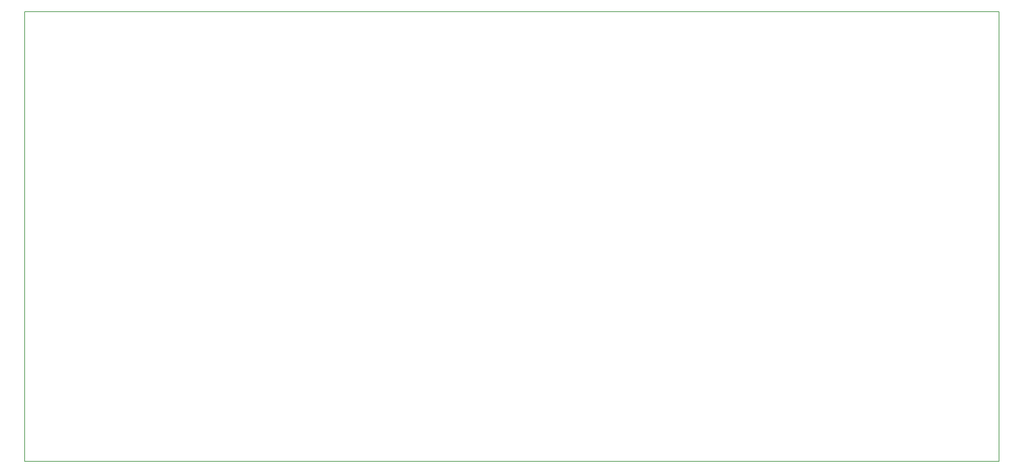
<source format=gbr>
G04 #@! TF.GenerationSoftware,KiCad,Pcbnew,5.0.1*
G04 #@! TF.CreationDate,2018-12-01T17:23:48-05:00*
G04 #@! TF.ProjectId,fightkeyb-pcb,66696768746B6579622D7063622E6B69,rev?*
G04 #@! TF.SameCoordinates,Original*
G04 #@! TF.FileFunction,Profile,NP*
%FSLAX46Y46*%
G04 Gerber Fmt 4.6, Leading zero omitted, Abs format (unit mm)*
G04 Created by KiCad (PCBNEW 5.0.1) date Sat 01 Dec 2018 05:23:48 PM EST*
%MOMM*%
%LPD*%
G01*
G04 APERTURE LIST*
%ADD10C,0.200000*%
G04 APERTURE END LIST*
D10*
X27622500Y-136302750D02*
X27622500Y-22002750D01*
X275272500Y-136302750D02*
X27622500Y-136302750D01*
X275272500Y-22002750D02*
X275272500Y-136302750D01*
X27622500Y-22002750D02*
X275272500Y-22002750D01*
M02*

</source>
